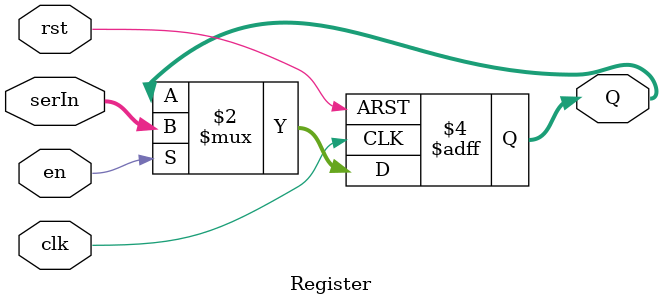
<source format=v>
`timescale 1ns/1ns
module Register(input signed [16:0] serIn , input en, input clk, input rst, output reg signed [16:0] Q);
  always @ (posedge clk, posedge rst) begin
    //#145;
    if (rst) Q <= 17'b0;
    else
      if (en) Q <= serIn;
  end
endmodule
</source>
